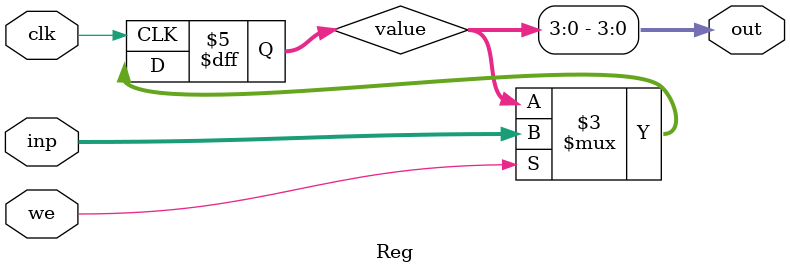
<source format=v>
module Reg(clk, inp, out, we);
    input clk, we;
    input [31:0] inp;
    output [3:0] out;
    reg [31:0] value;
    assign out = value;

    always @(posedge clk) begin
        if (we) begin
            value = inp;
        end
        
    end

endmodule
</source>
